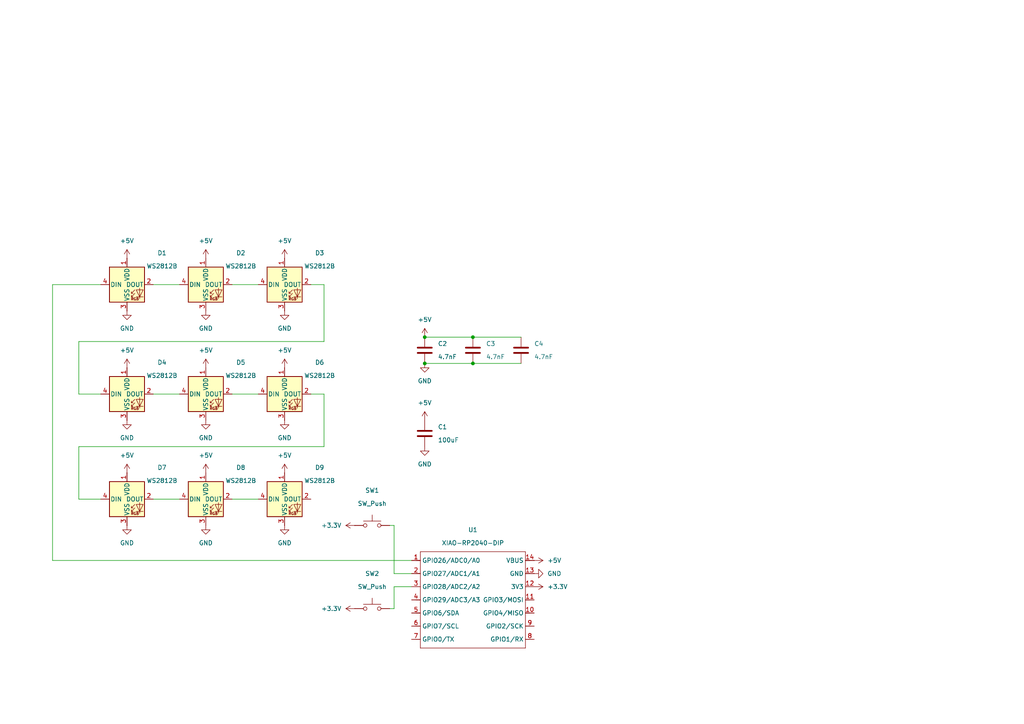
<source format=kicad_sch>
(kicad_sch (version 20231120) (generator "eeschema") (generator_version "8.0")
  (paper "A4")
  (lib_symbols
    (symbol "Device:C" (pin_numbers hide) (pin_names (offset 0.254))
      (property "Reference" "C" (at 0.635 2.54 0))
      (property "Value" "C" (at 0.635 -2.54 0))
      (symbol "C_0_1"
        (polyline (pts (xy -2.032 -0.762) (xy 2.032 -0.762)) (stroke (width 0.508)))
        (polyline (pts (xy -2.032 0.762) (xy 2.032 0.762)) (stroke (width 0.508)))
      )
      (symbol "C_1_1"
        (pin passive line (at 0 3.81 270) (length 2.794) (name "~") (number "1"))
        (pin passive line (at 0 -3.81 90) (length 2.794) (name "~") (number "2"))
      )
    )
    (symbol "LED:WS2812B" (pin_names (offset 0.254))
      (property "Reference" "D" (at 5.08 5.715 0))
      (property "Value" "WS2812B" (at 1.27 -5.715 0))
      (symbol "WS2812B_0_0"
        (text "RGB" (at 2.286 -4.191 0) (effects (font (size 0.762 0.762))))
      )
      (symbol "WS2812B_0_1"
        (polyline (pts (xy 1.27 -3.556) (xy 1.778 -3.556)))
        (polyline (pts (xy 1.27 -2.54) (xy 1.778 -2.54)))
        (polyline (pts (xy 4.699 -3.556) (xy 2.667 -3.556)))
        (polyline (pts (xy 2.286 -2.54) (xy 1.27 -3.556) (xy 1.27 -3.048)))
        (polyline (pts (xy 2.286 -1.524) (xy 1.27 -2.54) (xy 1.27 -2.032)))
        (polyline (pts (xy 3.683 -1.016) (xy 3.683 -3.556) (xy 3.683 -4.064)))
        (polyline (pts (xy 4.699 -1.524) (xy 2.667 -1.524) (xy 3.683 -3.556) (xy 4.699 -1.524)))
        (rectangle (start 5.08 5.08) (end -5.08 -5.08) (stroke (width 0.254)) (fill (type background)))
      )
      (symbol "WS2812B_1_1"
        (pin power_in line (at 0 7.62 270) (length 2.54) (name "VDD") (number "1"))
        (pin output line (at 7.62 0 180) (length 2.54) (name "DOUT") (number "2"))
        (pin power_in line (at 0 -7.62 90) (length 2.54) (name "VSS") (number "3"))
        (pin input line (at -7.62 0 0) (length 2.54) (name "DIN") (number "4"))
      )
    )
    (symbol "Switch:SW_Push" (pin_numbers hide) (pin_names (offset 1.016) hide)
      (property "Reference" "SW" (at 1.27 2.54 0))
      (property "Value" "SW_Push" (at 0 -1.524 0))
      (symbol "SW_Push_0_1"
        (circle (center -2.032 0) (radius 0.508))
        (polyline (pts (xy 0 1.27) (xy 0 3.048)))
        (polyline (pts (xy 2.54 1.27) (xy -2.54 1.27)))
        (circle (center 2.032 0) (radius 0.508))
        (pin passive line (at -5.08 0 0) (length 2.54) (name "1") (number "1"))
        (pin passive line (at 5.08 0 180) (length 2.54) (name "2") (number "2"))
      )
    )
    (symbol "XIAO:XIAO-RP2040-DIP"
      (property "Reference" "U" (at 0 0 0))
      (property "Value" "XIAO-RP2040-DIP" (at 5.334 -1.778 0))
      (symbol "XIAO-RP2040-DIP_1_0"
        (polyline (pts (xy -1.27 -30.48) (xy -1.27 -16.51)) (stroke (width 0.1524)))
        (polyline (pts (xy -1.27 -27.94) (xy -2.54 -27.94)) (stroke (width 0.1524)))
        (polyline (pts (xy -1.27 -24.13) (xy -2.54 -24.13)) (stroke (width 0.1524)))
        (polyline (pts (xy -1.27 -20.32) (xy -2.54 -20.32)) (stroke (width 0.1524)))
        (polyline (pts (xy -1.27 -16.51) (xy -2.54 -16.51)) (stroke (width 0.1524)))
        (polyline (pts (xy -1.27 -16.51) (xy -1.27 -12.7)) (stroke (width 0.1524)))
        (polyline (pts (xy -1.27 -12.7) (xy -2.54 -12.7)) (stroke (width 0.1524)))
        (polyline (pts (xy -1.27 -12.7) (xy -1.27 -8.89)) (stroke (width 0.1524)))
        (polyline (pts (xy -1.27 -8.89) (xy -2.54 -8.89)) (stroke (width 0.1524)))
        (polyline (pts (xy -1.27 -8.89) (xy -1.27 -5.08)) (stroke (width 0.1524)))
        (polyline (pts (xy -1.27 -5.08) (xy -2.54 -5.08)) (stroke (width 0.1524)))
        (polyline (pts (xy -1.27 -5.08) (xy -1.27 -2.54)) (stroke (width 0.1524)))
        (polyline (pts (xy -1.27 -2.54) (xy 29.21 -2.54)) (stroke (width 0.1524)))
        (polyline (pts (xy 29.21 -30.48) (xy -1.27 -30.48)) (stroke (width 0.1524)))
        (polyline (pts (xy 29.21 -12.7) (xy 29.21 -30.48)) (stroke (width 0.1524)))
        (polyline (pts (xy 29.21 -8.89) (xy 29.21 -12.7)) (stroke (width 0.1524)))
        (polyline (pts (xy 29.21 -5.08) (xy 29.21 -8.89)) (stroke (width 0.1524)))
        (polyline (pts (xy 29.21 -2.54) (xy 29.21 -5.08)) (stroke (width 0.1524)))
        (polyline (pts (xy 30.48 -27.94) (xy 29.21 -27.94)) (stroke (width 0.1524)))
        (polyline (pts (xy 30.48 -24.13) (xy 29.21 -24.13)) (stroke (width 0.1524)))
        (polyline (pts (xy 30.48 -20.32) (xy 29.21 -20.32)) (stroke (width 0.1524)))
        (polyline (pts (xy 30.48 -16.51) (xy 29.21 -16.51)) (stroke (width 0.1524)))
        (polyline (pts (xy 30.48 -12.7) (xy 29.21 -12.7)) (stroke (width 0.1524)))
        (polyline (pts (xy 30.48 -8.89) (xy 29.21 -8.89)) (stroke (width 0.1524)))
        (polyline (pts (xy 30.48 -5.08) (xy 29.21 -5.08)) (stroke (width 0.1524)))
        (pin passive line (at -3.81 -5.08 0) (length 2.54) (name "GPIO26/ADC0/A0") (number "1"))
        (pin passive line (at 31.75 -20.32 180) (length 2.54) (name "GPIO4/MISO") (number "10"))
        (pin passive line (at 31.75 -16.51 180) (length 2.54) (name "GPIO3/MOSI") (number "11"))
        (pin passive line (at 31.75 -12.7 180) (length 2.54) (name "3V3") (number "12"))
        (pin passive line (at 31.75 -8.89 180) (length 2.54) (name "GND") (number "13"))
        (pin passive line (at 31.75 -5.08 180) (length 2.54) (name "VBUS") (number "14"))
        (pin passive line (at -3.81 -8.89 0) (length 2.54) (name "GPIO27/ADC1/A1") (number "2"))
        (pin passive line (at -3.81 -12.7 0) (length 2.54) (name "GPIO28/ADC2/A2") (number "3"))
        (pin passive line (at -3.81 -16.51 0) (length 2.54) (name "GPIO29/ADC3/A3") (number "4"))
        (pin passive line (at -3.81 -20.32 0) (length 2.54) (name "GPIO6/SDA") (number "5"))
        (pin passive line (at -3.81 -24.13 0) (length 2.54) (name "GPIO7/SCL") (number "6"))
        (pin passive line (at -3.81 -27.94 0) (length 2.54) (name "GPIO0/TX") (number "7"))
        (pin passive line (at 31.75 -27.94 180) (length 2.54) (name "GPIO1/RX") (number "8"))
        (pin passive line (at 31.75 -24.13 180) (length 2.54) (name "GPIO2/SCK") (number "9"))
      )
    )
    (symbol "power:+3.3V" (power) (pin_numbers hide) (pin_names (offset 0) hide)
      (property "Value" "+3.3V" (at 0 3.556 0))
      (symbol "+3.3V_0_1"
        (polyline (pts (xy -0.762 1.27) (xy 0 2.54)))
        (polyline (pts (xy 0 0) (xy 0 2.54)))
        (polyline (pts (xy 0 2.54) (xy 0.762 1.27)))
      )
      (symbol "+3.3V_1_1"
        (pin power_in line (at 0 0 90) (length 0) (name "~") (number "1"))
      )
    )
    (symbol "power:+5V" (power) (pin_numbers hide) (pin_names (offset 0) hide)
      (property "Value" "+5V" (at 0 3.556 0))
      (symbol "+5V_0_1"
        (polyline (pts (xy -0.762 1.27) (xy 0 2.54)))
        (polyline (pts (xy 0 0) (xy 0 2.54)))
        (polyline (pts (xy 0 2.54) (xy 0.762 1.27)))
      )
      (symbol "+5V_1_1"
        (pin power_in line (at 0 0 90) (length 0) (name "~") (number "1"))
      )
    )
    (symbol "power:GND" (power) (pin_numbers hide) (pin_names (offset 0) hide)
      (property "Value" "GND" (at 0 -3.81 0))
      (symbol "GND_0_1"
        (polyline (pts (xy 0 0) (xy 0 -1.27) (xy 1.27 -1.27) (xy 0 -2.54) (xy -1.27 -1.27) (xy 0 -1.27)))
      )
      (symbol "GND_1_1"
        (pin power_in line (at 0 0 270) (length 0) (name "~") (number "1"))
      )
    )
  )
  (junction (at 137.16 105.41))
  (junction (at 123.19 105.41))
  (junction (at 123.19 97.79))
  (junction (at 137.16 97.79))
  (wire (pts (xy 67.31 114.3) (xy 74.93 114.3)))
  (wire (pts (xy 90.17 114.3) (xy 93.98 114.3)))
  (wire (pts (xy 123.19 97.79) (xy 137.16 97.79)))
  (wire (pts (xy 123.19 105.41) (xy 137.16 105.41)))
  (wire (pts (xy 44.45 82.55) (xy 52.07 82.55)))
  (wire (pts (xy 22.86 144.78) (xy 29.21 144.78)))
  (wire (pts (xy 137.16 97.79) (xy 151.13 97.79)))
  (wire (pts (xy 114.3 152.4) (xy 114.3 166.37)))
  (wire (pts (xy 90.17 82.55) (xy 93.98 82.55)))
  (wire (pts (xy 44.45 144.78) (xy 52.07 144.78)))
  (wire (pts (xy 22.86 114.3) (xy 22.86 99.06)))
  (wire (pts (xy 114.3 170.18) (xy 119.38 170.18)))
  (wire (pts (xy 113.03 176.53) (xy 114.3 176.53)))
  (wire (pts (xy 114.3 166.37) (xy 119.38 166.37)))
  (wire (pts (xy 15.24 162.56) (xy 15.24 82.55)))
  (wire (pts (xy 119.38 162.56) (xy 15.24 162.56)))
  (wire (pts (xy 67.31 82.55) (xy 74.93 82.55)))
  (wire (pts (xy 44.45 114.3) (xy 52.07 114.3)))
  (wire (pts (xy 137.16 105.41) (xy 151.13 105.41)))
  (wire (pts (xy 15.24 82.55) (xy 29.21 82.55)))
  (wire (pts (xy 22.86 114.3) (xy 29.21 114.3)))
  (wire (pts (xy 93.98 99.06) (xy 93.98 82.55)))
  (wire (pts (xy 93.98 114.3) (xy 93.98 129.54)))
  (wire (pts (xy 114.3 176.53) (xy 114.3 170.18)))
  (wire (pts (xy 93.98 129.54) (xy 22.86 129.54)))
  (wire (pts (xy 67.31 144.78) (xy 74.93 144.78)))
  (wire (pts (xy 22.86 99.06) (xy 93.98 99.06)))
  (wire (pts (xy 113.03 152.4) (xy 114.3 152.4)))
  (wire (pts (xy 22.86 129.54) (xy 22.86 144.78)))
  (symbol (lib_id "power:GND") (at 59.69 152.4 0) (unit 1)
    (property "Reference" "#PWR19" (effects (hide yes)))
    (property "Value" "GND" (at 59.69 157.48 0))
    (property "Description" "Power symbol creates a global label with name \"GND\" , ground" (effects (hide yes)))
  )
  (symbol (lib_id "XIAO:XIAO-RP2040-DIP") (at 123.19 157.48 0) (unit 1)
    (property "Reference" "U1" (at 137.16 153.67 0))
    (property "Value" "XIAO-RP2040-DIP" (at 137.16 157.48 0))
    (property "Footprint" "XIAO:XIAO-RP2040-DIP" (effects (hide yes)))
  )
  (symbol (lib_id "power:+5V") (at 82.55 106.68 0) (unit 1)
    (property "Reference" "#PWR7" (effects (hide yes)))
    (property "Value" "+5V" (at 82.55 101.6 0))
    (property "Description" "Power symbol creates a global label with name \"+5V\"" (effects (hide yes)))
  )
  (symbol (lib_id "power:GND") (at 36.83 152.4 0) (unit 1)
    (property "Reference" "#PWR18" (effects (hide yes)))
    (property "Value" "GND" (at 36.83 157.48 0))
    (property "Description" "Power symbol creates a global label with name \"GND\" , ground" (effects (hide yes)))
  )
  (symbol (lib_id "LED:WS2812B") (at 82.55 144.78 0) (unit 1)
    (property "Reference" "D9" (at 92.71 135.6031 0))
    (property "Value" "WS2812B" (at 92.71 139.4131 0))
    (property "Footprint" "LED_SMD:LED_WS2812B_PLCC4_5.0x5.0mm_P3.2mm" (effects (hide yes)))
    (property "Datasheet" "https://cdn-shop.adafruit.com/datasheets/WS2812B.pdf" (effects (hide yes)))
    (property "Description" "RGB LED with integrated controller" (effects (hide yes)))
  )
  (symbol (lib_id "LED:WS2812B") (at 59.69 144.78 0) (unit 1)
    (property "Reference" "D8" (at 69.85 135.6031 0))
    (property "Value" "WS2812B" (at 69.85 139.4131 0))
    (property "Footprint" "LED_SMD:LED_WS2812B_PLCC4_5.0x5.0mm_P3.2mm" (effects (hide yes)))
    (property "Datasheet" "https://cdn-shop.adafruit.com/datasheets/WS2812B.pdf" (effects (hide yes)))
    (property "Description" "RGB LED with integrated controller" (effects (hide yes)))
  )
  (symbol (lib_id "power:GND") (at 123.19 105.41 0) (unit 1)
    (property "Reference" "#PWR27" (effects (hide yes)))
    (property "Value" "GND" (at 123.19 110.49 0))
    (property "Description" "Power symbol creates a global label with name \"GND\" , ground" (effects (hide yes)))
  )
  (symbol (lib_id "power:+5V") (at 59.69 137.16 0) (unit 1)
    (property "Reference" "#PWR9" (effects (hide yes)))
    (property "Value" "+5V" (at 59.69 132.08 0))
    (property "Description" "Power symbol creates a global label with name \"+5V\"" (effects (hide yes)))
  )
  (symbol (lib_id "LED:WS2812B") (at 82.55 82.55 0) (unit 1)
    (property "Reference" "D3" (at 92.71 73.3731 0))
    (property "Value" "WS2812B" (at 92.71 77.1831 0))
    (property "Footprint" "LED_SMD:LED_WS2812B_PLCC4_5.0x5.0mm_P3.2mm" (effects (hide yes)))
    (property "Datasheet" "https://cdn-shop.adafruit.com/datasheets/WS2812B.pdf" (effects (hide yes)))
    (property "Description" "RGB LED with integrated controller" (effects (hide yes)))
  )
  (symbol (lib_id "power:+5V") (at 123.19 97.79 0) (unit 1)
    (property "Reference" "#PWR26" (effects (hide yes)))
    (property "Value" "+5V" (at 123.19 92.71 0))
    (property "Description" "Power symbol creates a global label with name \"+5V\"" (effects (hide yes)))
  )
  (symbol (lib_id "power:GND") (at 82.55 90.17 0) (unit 1)
    (property "Reference" "#PWR14" (effects (hide yes)))
    (property "Value" "GND" (at 82.55 95.25 0))
    (property "Description" "Power symbol creates a global label with name \"GND\" , ground" (effects (hide yes)))
  )
  (symbol (lib_id "power:GND") (at 123.19 129.54 0) (unit 1)
    (property "Reference" "#PWR25" (effects (hide yes)))
    (property "Value" "GND" (at 123.19 134.62 0))
    (property "Description" "Power symbol creates a global label with name \"GND\" , ground" (effects (hide yes)))
  )
  (symbol (lib_id "power:GND") (at 82.55 152.4 0) (unit 1)
    (property "Reference" "#PWR20" (effects (hide yes)))
    (property "Value" "GND" (at 82.55 157.48 0))
    (property "Description" "Power symbol creates a global label with name \"GND\" , ground" (effects (hide yes)))
  )
  (symbol (lib_id "power:+3.3V") (at 154.94 170.18 270) (unit 1)
    (property "Reference" "#PWR21" (effects (hide yes)))
    (property "Value" "+3.3V" (at 158.75 170.18 90) (effects (justify left)))
    (property "Description" "Power symbol creates a global label with name \"+3.3V\"" (effects (hide yes)))
  )
  (symbol (lib_id "LED:WS2812B") (at 36.83 82.55 0) (unit 1)
    (property "Reference" "D1" (at 46.99 73.3731 0))
    (property "Value" "WS2812B" (at 46.99 77.1831 0))
    (property "Footprint" "LED_SMD:LED_WS2812B_PLCC4_5.0x5.0mm_P3.2mm" (effects (hide yes)))
    (property "Datasheet" "https://cdn-shop.adafruit.com/datasheets/WS2812B.pdf" (effects (hide yes)))
    (property "Description" "RGB LED with integrated controller" (effects (hide yes)))
  )
  (symbol (lib_id "LED:WS2812B") (at 36.83 144.78 0) (unit 1)
    (property "Reference" "D7" (at 46.99 135.6031 0))
    (property "Value" "WS2812B" (at 46.99 139.4131 0))
    (property "Footprint" "LED_SMD:LED_WS2812B_PLCC4_5.0x5.0mm_P3.2mm" (effects (hide yes)))
    (property "Datasheet" "https://cdn-shop.adafruit.com/datasheets/WS2812B.pdf" (effects (hide yes)))
    (property "Description" "RGB LED with integrated controller" (effects (hide yes)))
  )
  (symbol (lib_id "Device:C") (at 123.19 101.6 180) (unit 1)
    (property "Reference" "C2" (at 127 99.695 0) (effects (justify right)))
    (property "Value" "4.7nF" (at 127 103.505 0) (effects (justify right)))
    (property "Footprint" "Capacitor_SMD:C_0402_1005Metric_Pad0.74x0.62mm_HandSolder" (effects (hide yes)))
    (property "Description" "Unpolarized capacitor" (effects (hide yes)))
    (property "LCSC Part #" "C1538" (effects (hide yes)))
  )
  (symbol (lib_id "power:GND") (at 82.55 121.92 0) (unit 1)
    (property "Reference" "#PWR17" (effects (hide yes)))
    (property "Value" "GND" (at 82.55 127 0))
    (property "Description" "Power symbol creates a global label with name \"GND\" , ground" (effects (hide yes)))
  )
  (symbol (lib_id "power:+5V") (at 59.69 106.68 0) (unit 1)
    (property "Reference" "#PWR6" (effects (hide yes)))
    (property "Value" "+5V" (at 59.69 101.6 0))
    (property "Description" "Power symbol creates a global label with name \"+5V\"" (effects (hide yes)))
  )
  (symbol (lib_id "LED:WS2812B") (at 36.83 114.3 0) (unit 1)
    (property "Reference" "D4" (at 46.99 105.1231 0))
    (property "Value" "WS2812B" (at 46.99 108.9331 0))
    (property "Footprint" "LED_SMD:LED_WS2812B_PLCC4_5.0x5.0mm_P3.2mm" (effects (hide yes)))
    (property "Datasheet" "https://cdn-shop.adafruit.com/datasheets/WS2812B.pdf" (effects (hide yes)))
    (property "Description" "RGB LED with integrated controller" (effects (hide yes)))
  )
  (symbol (lib_id "Switch:SW_Push") (at 107.95 152.4 0) (unit 1)
    (property "Reference" "SW1" (at 107.95 142.24 0))
    (property "Value" "SW_Push" (at 107.95 146.05 0))
    (property "Footprint" "Button_Switch_Keyboard:SW_Cherry_MX_1.00u_PCB" (effects (hide yes)))
    (property "Description" "Push button switch, generic, two pins" (effects (hide yes)))
  )
  (symbol (lib_id "power:+3.3V") (at 102.87 176.53 90) (unit 1)
    (property "Reference" "#PWR23" (effects (hide yes)))
    (property "Value" "+3.3V" (at 99.06 176.53 90) (effects (justify left)))
    (property "Description" "Power symbol creates a global label with name \"+3.3V\"" (effects (hide yes)))
  )
  (symbol (lib_id "LED:WS2812B") (at 82.55 114.3 0) (unit 1)
    (property "Reference" "D6" (at 92.71 105.1231 0))
    (property "Value" "WS2812B" (at 92.71 108.9331 0))
    (property "Footprint" "LED_SMD:LED_WS2812B_PLCC4_5.0x5.0mm_P3.2mm" (effects (hide yes)))
    (property "Datasheet" "https://cdn-shop.adafruit.com/datasheets/WS2812B.pdf" (effects (hide yes)))
    (property "Description" "RGB LED with integrated controller" (effects (hide yes)))
  )
  (symbol (lib_id "power:+5V") (at 36.83 106.68 0) (unit 1)
    (property "Reference" "#PWR5" (effects (hide yes)))
    (property "Value" "+5V" (at 36.83 101.6 0))
    (property "Description" "Power symbol creates a global label with name \"+5V\"" (effects (hide yes)))
  )
  (symbol (lib_id "LED:WS2812B") (at 59.69 114.3 0) (unit 1)
    (property "Reference" "D5" (at 69.85 105.1231 0))
    (property "Value" "WS2812B" (at 69.85 108.9331 0))
    (property "Footprint" "LED_SMD:LED_WS2812B_PLCC4_5.0x5.0mm_P3.2mm" (effects (hide yes)))
    (property "Datasheet" "https://cdn-shop.adafruit.com/datasheets/WS2812B.pdf" (effects (hide yes)))
    (property "Description" "RGB LED with integrated controller" (effects (hide yes)))
  )
  (symbol (lib_id "power:+5V") (at 36.83 74.93 0) (unit 1)
    (property "Reference" "#PWR2" (effects (hide yes)))
    (property "Value" "+5V" (at 36.83 69.85 0))
    (property "Description" "Power symbol creates a global label with name \"+5V\"" (effects (hide yes)))
  )
  (symbol (lib_id "power:+5V") (at 154.94 162.56 270) (unit 1)
    (property "Reference" "#PWR1" (effects (hide yes)))
    (property "Value" "+5V" (at 158.75 162.56 90) (effects (justify left)))
    (property "Description" "Power symbol creates a global label with name \"+5V\"" (effects (hide yes)))
  )
  (symbol (lib_id "power:GND") (at 36.83 90.17 0) (unit 1)
    (property "Reference" "#PWR12" (effects (hide yes)))
    (property "Value" "GND" (at 36.83 95.25 0))
    (property "Description" "Power symbol creates a global label with name \"GND\" , ground" (effects (hide yes)))
  )
  (symbol (lib_id "power:+5V") (at 82.55 137.16 0) (unit 1)
    (property "Reference" "#PWR10" (effects (hide yes)))
    (property "Value" "+5V" (at 82.55 132.08 0))
    (property "Description" "Power symbol creates a global label with name \"+5V\"" (effects (hide yes)))
  )
  (symbol (lib_id "Device:C") (at 123.19 125.73 180) (unit 1)
    (property "Reference" "C1" (at 127 123.825 0) (effects (justify right)))
    (property "Value" "100uF" (at 127 127.635 0) (effects (justify right)))
    (property "Footprint" "Capacitor_SMD:C_1206_3216Metric_Pad1.33x1.80mm_HandSolder" (effects (hide yes)))
    (property "Description" "Unpolarized capacitor" (effects (hide yes)))
    (property "LCSC Part #" "C15008" (effects (hide yes)))
  )
  (symbol (lib_id "power:+5V") (at 59.69 74.93 0) (unit 1)
    (property "Reference" "#PWR3" (effects (hide yes)))
    (property "Value" "+5V" (at 59.69 69.85 0))
    (property "Description" "Power symbol creates a global label with name \"+5V\"" (effects (hide yes)))
  )
  (symbol (lib_id "Switch:SW_Push") (at 107.95 176.53 0) (unit 1)
    (property "Reference" "SW2" (at 107.95 166.37 0))
    (property "Value" "SW_Push" (at 107.95 170.18 0))
    (property "Footprint" "Button_Switch_Keyboard:SW_Cherry_MX_1.00u_PCB" (effects (hide yes)))
    (property "Description" "Push button switch, generic, two pins" (effects (hide yes)))
  )
  (symbol (lib_id "power:+5V") (at 82.55 74.93 0) (unit 1)
    (property "Reference" "#PWR4" (effects (hide yes)))
    (property "Value" "+5V" (at 82.55 69.85 0))
    (property "Description" "Power symbol creates a global label with name \"+5V\"" (effects (hide yes)))
  )
  (symbol (lib_id "power:GND") (at 59.69 121.92 0) (unit 1)
    (property "Reference" "#PWR16" (effects (hide yes)))
    (property "Value" "GND" (at 59.69 127 0))
    (property "Description" "Power symbol creates a global label with name \"GND\" , ground" (effects (hide yes)))
  )
  (symbol (lib_id "power:+5V") (at 36.83 137.16 0) (unit 1)
    (property "Reference" "#PWR8" (effects (hide yes)))
    (property "Value" "+5V" (at 36.83 132.08 0))
    (property "Description" "Power symbol creates a global label with name \"+5V\"" (effects (hide yes)))
  )
  (symbol (lib_id "power:+5V") (at 123.19 121.92 0) (unit 1)
    (property "Reference" "#PWR24" (effects (hide yes)))
    (property "Value" "+5V" (at 123.19 116.84 0))
    (property "Description" "Power symbol creates a global label with name \"+5V\"" (effects (hide yes)))
  )
  (symbol (lib_id "Device:C") (at 137.16 101.6 180) (unit 1)
    (property "Reference" "C3" (at 140.97 99.695 0) (effects (justify right)))
    (property "Value" "4.7nF" (at 140.97 103.505 0) (effects (justify right)))
    (property "Footprint" "Capacitor_SMD:C_0402_1005Metric_Pad0.74x0.62mm_HandSolder" (effects (hide yes)))
    (property "Description" "Unpolarized capacitor" (effects (hide yes)))
    (property "LCSC Part #" "C1538" (effects (hide yes)))
  )
  (symbol (lib_id "Device:C") (at 151.13 101.6 180) (unit 1)
    (property "Reference" "C4" (at 154.94 99.695 0) (effects (justify right)))
    (property "Value" "4.7nF" (at 154.94 103.505 0) (effects (justify right)))
    (property "Footprint" "Capacitor_SMD:C_0402_1005Metric_Pad0.74x0.62mm_HandSolder" (effects (hide yes)))
    (property "Description" "Unpolarized capacitor" (effects (hide yes)))
    (property "LCSC Part #" "C1538" (effects (hide yes)))
  )
  (symbol (lib_id "LED:WS2812B") (at 59.69 82.55 0) (unit 1)
    (property "Reference" "D2" (at 69.85 73.3731 0))
    (property "Value" "WS2812B" (at 69.85 77.1831 0))
    (property "Footprint" "LED_SMD:LED_WS2812B_PLCC4_5.0x5.0mm_P3.2mm" (effects (hide yes)))
    (property "Datasheet" "https://cdn-shop.adafruit.com/datasheets/WS2812B.pdf" (effects (hide yes)))
    (property "Description" "RGB LED with integrated controller" (effects (hide yes)))
  )
  (symbol (lib_id "power:GND") (at 59.69 90.17 0) (unit 1)
    (property "Reference" "#PWR13" (effects (hide yes)))
    (property "Value" "GND" (at 59.69 95.25 0))
    (property "Description" "Power symbol creates a global label with name \"GND\" , ground" (effects (hide yes)))
  )
  (symbol (lib_id "power:GND") (at 36.83 121.92 0) (unit 1)
    (property "Reference" "#PWR15" (effects (hide yes)))
    (property "Value" "GND" (at 36.83 127 0))
    (property "Description" "Power symbol creates a global label with name \"GND\" , ground" (effects (hide yes)))
  )
  (symbol (lib_id "power:+3.3V") (at 102.87 152.4 90) (unit 1)
    (property "Reference" "#PWR22" (effects (hide yes)))
    (property "Value" "+3.3V" (at 99.06 152.4 90) (effects (justify left)))
    (property "Description" "Power symbol creates a global label with name \"+3.3V\"" (effects (hide yes)))
  )
  (symbol (lib_id "power:GND") (at 154.94 166.37 90) (unit 1)
    (property "Reference" "#PWR11" (effects (hide yes)))
    (property "Value" "GND" (at 158.75 166.37 90) (effects (justify right)))
    (property "Description" "Power symbol creates a global label with name \"GND\" , ground" (effects (hide yes)))
  )
)
</source>
